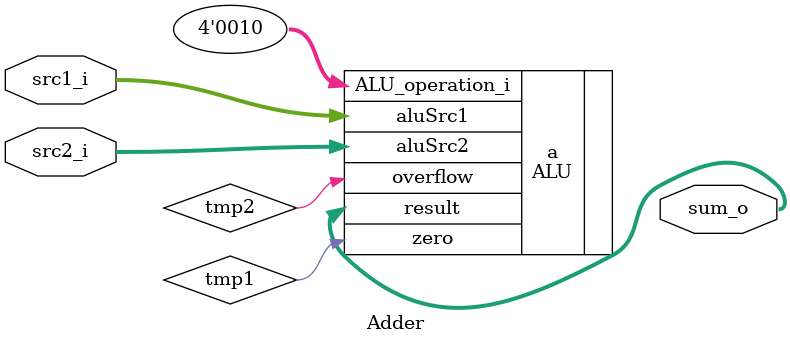
<source format=v>
module Adder( src1_i, src2_i, sum_o	);

//I/O ports
input	[32-1:0] src1_i;
input	[32-1:0] src2_i;
output	[32-1:0] sum_o;

//Internal Signals
wire	[32-1:0] sum_o;
    
//Main function
/*your code here*/
wire tmp1, tmp2;
ALU a(.result(sum_o), .zero(tmp1), .overflow(tmp2), .aluSrc1(src1_i), .aluSrc2(src2_i), .ALU_operation_i(4'b0010));

endmodule

</source>
